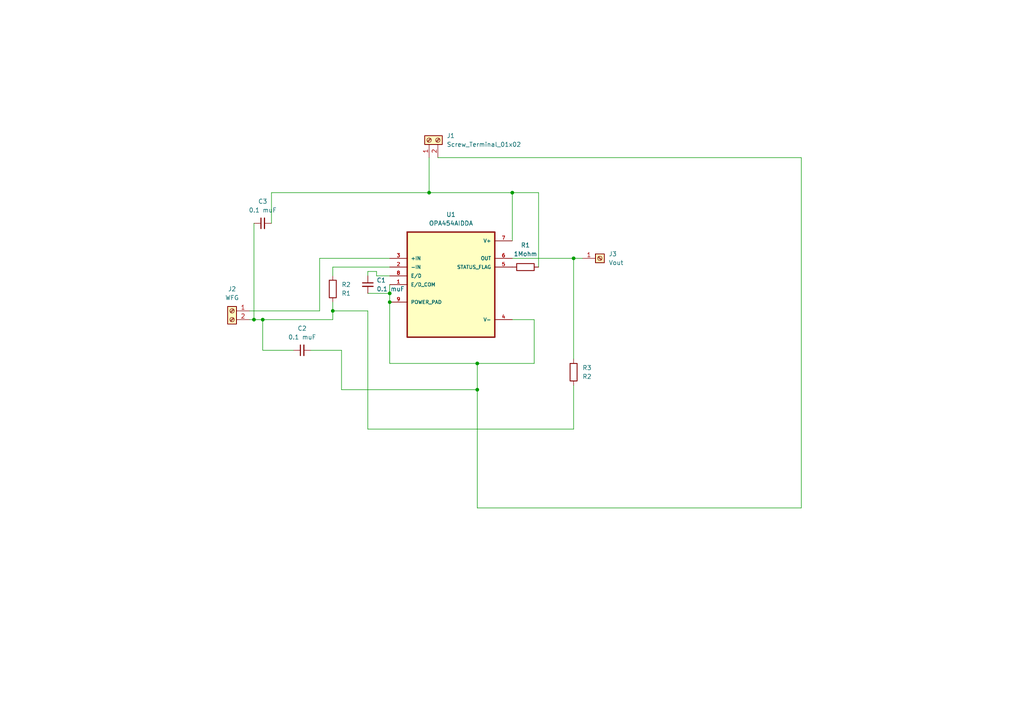
<source format=kicad_sch>
(kicad_sch (version 20231120) (generator "eeschema") (generator_version "8.0")
  (paper "A4")
  (lib_symbols
    (symbol "Connector:Screw_Terminal_01x01" (pin_names (offset 1.016) hide)
      (property "Reference" "J" (at 0 2.54 0))
      (property "Value" "Screw_Terminal_01x01" (at 0 -2.54 0))
      (symbol "Screw_Terminal_01x01_1_1"
        (rectangle (start -1.27 1.27) (end 1.27 -1.27) (stroke (width 0.254)) (fill (type background)))
        (polyline (pts (xy -0.5334 0.3302) (xy 0.3302 -0.508)) (stroke (width 0.1524)))
        (polyline (pts (xy -0.3556 0.508) (xy 0.508 -0.3302)) (stroke (width 0.1524)))
        (circle (center 0 0) (radius 0.635) (stroke (width 0.1524)))
        (pin passive line (at -5.08 0 0) (length 3.81) (name "Pin_1") (number "1"))
      )
    )
    (symbol "Connector:Screw_Terminal_01x02" (pin_names (offset 1.016) hide)
      (property "Reference" "J" (at 0 2.54 0))
      (property "Value" "Screw_Terminal_01x02" (at 0 -5.08 0))
      (symbol "Screw_Terminal_01x02_1_1"
        (rectangle (start -1.27 1.27) (end 1.27 -3.81) (stroke (width 0.254)) (fill (type background)))
        (circle (center 0 -2.54) (radius 0.635) (stroke (width 0.1524)))
        (polyline (pts (xy -0.5334 -2.2098) (xy 0.3302 -3.048)) (stroke (width 0.1524)))
        (polyline (pts (xy -0.5334 0.3302) (xy 0.3302 -0.508)) (stroke (width 0.1524)))
        (polyline (pts (xy -0.3556 -2.032) (xy 0.508 -2.8702)) (stroke (width 0.1524)))
        (polyline (pts (xy -0.3556 0.508) (xy 0.508 -0.3302)) (stroke (width 0.1524)))
        (circle (center 0 0) (radius 0.635) (stroke (width 0.1524)))
        (pin passive line (at -5.08 0 0) (length 3.81) (name "Pin_1") (number "1"))
        (pin passive line (at -5.08 -2.54 0) (length 3.81) (name "Pin_2") (number "2"))
      )
    )
    (symbol "Device:C_Small" (pin_numbers hide) (pin_names (offset 0.254) hide)
      (property "Reference" "C" (at 0.254 1.778 0))
      (property "Value" "C_Small" (at 0.254 -2.032 0))
      (symbol "C_Small_0_1"
        (polyline (pts (xy -1.524 -0.508) (xy 1.524 -0.508)) (stroke (width 0.3302)))
        (polyline (pts (xy -1.524 0.508) (xy 1.524 0.508)) (stroke (width 0.3048)))
      )
      (symbol "C_Small_1_1"
        (pin passive line (at 0 2.54 270) (length 2.032) (name "~") (number "1"))
        (pin passive line (at 0 -2.54 90) (length 2.032) (name "~") (number "2"))
      )
    )
    (symbol "Device:R" (pin_numbers hide) (pin_names (offset 0))
      (property "Reference" "R" (at 2.032 0 90))
      (property "Value" "R" (at 0 0 90))
      (symbol "R_0_1"
        (rectangle (start -1.016 -2.54) (end 1.016 2.54) (stroke (width 0.254)))
      )
      (symbol "R_1_1"
        (pin passive line (at 0 3.81 270) (length 1.27) (name "~") (number "1"))
        (pin passive line (at 0 -3.81 90) (length 1.27) (name "~") (number "2"))
      )
    )
    (symbol "OPA454AIDDA:OPA454AIDDA" (pin_names (offset 1.016))
      (property "Reference" "U" (at -12.7 16.24 0))
      (property "Value" "OPA454AIDDA" (at -12.7 -19.24 0))
      (symbol "OPA454AIDDA_0_0"
        (rectangle (start -12.7 -15.24) (end 12.7 15.24) (stroke (width 0.41)) (fill (type background)))
        (pin input line (at -17.78 0 0) (length 5.08) (name "E/D_COM") (number "1"))
        (pin input line (at -17.78 5.08 0) (length 5.08) (name "-IN") (number "2"))
        (pin input line (at -17.78 7.62 0) (length 5.08) (name "+IN") (number "3"))
        (pin power_in line (at 17.78 -10.16 180) (length 5.08) (name "V-") (number "4"))
        (pin output line (at 17.78 5.08 180) (length 5.08) (name "STATUS_FLAG") (number "5"))
        (pin output line (at 17.78 7.62 180) (length 5.08) (name "OUT") (number "6"))
        (pin power_in line (at 17.78 12.7 180) (length 5.08) (name "V+") (number "7"))
        (pin input line (at -17.78 2.54 0) (length 5.08) (name "E/D") (number "8"))
        (pin bidirectional line (at -17.78 -5.08 0) (length 5.08) (name "POWER_PAD") (number "9"))
      )
    )
  )
  (junction (at 73.66 92.71))
  (junction (at 138.43 113.03))
  (junction (at 138.43 105.41))
  (junction (at 96.52 90.17))
  (junction (at 76.2 92.71))
  (junction (at 124.46 55.88))
  (junction (at 148.59 55.88))
  (junction (at 113.03 87.63))
  (junction (at 113.03 85.09))
  (junction (at 166.37 74.93))
  (wire (pts (xy 96.52 90.17) (xy 96.52 92.71)))
  (wire (pts (xy 78.74 64.77) (xy 78.74 55.88)))
  (wire (pts (xy 92.71 90.17) (xy 92.71 74.93)))
  (wire (pts (xy 96.52 80.01) (xy 96.52 77.47)))
  (wire (pts (xy 138.43 147.32) (xy 138.43 113.03)))
  (wire (pts (xy 148.59 74.93) (xy 166.37 74.93)))
  (wire (pts (xy 113.03 80.01) (xy 109.22 80.01)))
  (wire (pts (xy 92.71 74.93) (xy 113.03 74.93)))
  (wire (pts (xy 166.37 74.93) (xy 168.91 74.93)))
  (wire (pts (xy 106.68 90.17) (xy 106.68 124.46)))
  (wire (pts (xy 232.41 147.32) (xy 138.43 147.32)))
  (wire (pts (xy 106.68 124.46) (xy 166.37 124.46)))
  (wire (pts (xy 73.66 92.71) (xy 76.2 92.71)))
  (wire (pts (xy 148.59 55.88) (xy 148.59 69.85)))
  (wire (pts (xy 72.39 92.71) (xy 73.66 92.71)))
  (wire (pts (xy 76.2 101.6) (xy 85.09 101.6)))
  (wire (pts (xy 138.43 105.41) (xy 113.03 105.41)))
  (wire (pts (xy 124.46 55.88) (xy 124.46 45.72)))
  (wire (pts (xy 72.39 90.17) (xy 92.71 90.17)))
  (wire (pts (xy 166.37 74.93) (xy 166.37 104.14)))
  (wire (pts (xy 113.03 82.55) (xy 113.03 85.09)))
  (wire (pts (xy 138.43 113.03) (xy 138.43 105.41)))
  (wire (pts (xy 109.22 78.74) (xy 106.68 78.74)))
  (wire (pts (xy 113.03 85.09) (xy 113.03 87.63)))
  (wire (pts (xy 76.2 92.71) (xy 76.2 101.6)))
  (wire (pts (xy 166.37 124.46) (xy 166.37 111.76)))
  (wire (pts (xy 78.74 55.88) (xy 124.46 55.88)))
  (wire (pts (xy 99.06 113.03) (xy 138.43 113.03)))
  (wire (pts (xy 154.94 92.71) (xy 154.94 105.41)))
  (wire (pts (xy 96.52 77.47) (xy 113.03 77.47)))
  (wire (pts (xy 113.03 105.41) (xy 113.03 87.63)))
  (wire (pts (xy 124.46 55.88) (xy 148.59 55.88)))
  (wire (pts (xy 127 45.72) (xy 232.41 45.72)))
  (wire (pts (xy 96.52 90.17) (xy 106.68 90.17)))
  (wire (pts (xy 76.2 92.71) (xy 96.52 92.71)))
  (wire (pts (xy 90.17 101.6) (xy 99.06 101.6)))
  (wire (pts (xy 99.06 101.6) (xy 99.06 113.03)))
  (wire (pts (xy 96.52 87.63) (xy 96.52 90.17)))
  (wire (pts (xy 73.66 64.77) (xy 73.66 92.71)))
  (wire (pts (xy 156.21 77.47) (xy 156.21 55.88)))
  (wire (pts (xy 148.59 92.71) (xy 154.94 92.71)))
  (wire (pts (xy 154.94 105.41) (xy 138.43 105.41)))
  (wire (pts (xy 106.68 78.74) (xy 106.68 80.01)))
  (wire (pts (xy 232.41 45.72) (xy 232.41 147.32)))
  (wire (pts (xy 106.68 85.09) (xy 113.03 85.09)))
  (wire (pts (xy 109.22 78.74) (xy 109.22 80.01)))
  (wire (pts (xy 156.21 55.88) (xy 148.59 55.88)))
  (symbol (lib_id "Connector:Screw_Terminal_01x02") (at 67.31 90.17 0) (mirror y) (unit 1)
    (property "Reference" "J2" (at 67.31 83.82 0))
    (property "Value" "WFG" (at 67.31 86.36 0))
    (property "Footprint" "TerminalBlock_Phoenix:TerminalBlock_Phoenix_MPT-0,5-2-2.54_1x02_P2.54mm_Horizontal" (effects (hide yes)))
    (property "Description" "Generic screw terminal, single row, 01x02, script generated (kicad-library-utils/schlib/autogen/connector/)" (effects (hide yes)))
  )
  (symbol (lib_id "Device:R") (at 166.37 107.95 0) (unit 1)
    (property "Reference" "R3" (at 168.91 106.6799 0) (effects (justify left)))
    (property "Value" "R2" (at 168.91 109.2199 0) (effects (justify left)))
    (property "Footprint" "Resistor_THT:R_Axial_DIN0204_L3.6mm_D1.6mm_P7.62mm_Horizontal" (effects (hide yes)))
    (property "Description" "Resistor" (effects (hide yes)))
  )
  (symbol (lib_id "OPA454AIDDA:OPA454AIDDA") (at 130.81 82.55 0) (unit 1)
    (property "Reference" "U1" (at 130.81 62.23 0))
    (property "Value" "OPA454AIDDA" (at 130.81 64.77 0))
    (property "Footprint" "OPA454AIDDA:VREG_LM5017MR_NOPB" (effects (hide yes)))
    (property "MF" "Texas Instruments" (effects (hide yes)))
    (property "Description_1" "\nHigh voltage (100 V), high-current (50 mA) operational amplifiers, g=1 stable\n" (effects (hide yes)))
    (property "Package" "HSOIC-8 Texas Instruments" (effects (hide yes)))
    (property "Price" "None" (effects (hide yes)))
    (property "SnapEDA_Link" "https://www.snapeda.com/parts/OPA454AIDDA/Texas+Instruments/view-part/?ref=snap" (effects (hide yes)))
    (property "MP" "OPA454AIDDA" (effects (hide yes)))
    (property "Availability" "In Stock" (effects (hide yes)))
    (property "Check_prices" "https://www.snapeda.com/parts/OPA454AIDDA/Texas+Instruments/view-part/?ref=eda" (effects (hide yes)))
  )
  (symbol (lib_id "Connector:Screw_Terminal_01x02") (at 124.46 40.64 90) (unit 1)
    (property "Reference" "J1" (at 129.54 39.3699 90) (effects (justify right)))
    (property "Value" "Screw_Terminal_01x02" (at 129.54 41.9099 90) (effects (justify right)))
    (property "Footprint" "TerminalBlock_Phoenix:TerminalBlock_Phoenix_MPT-0,5-2-2.54_1x02_P2.54mm_Horizontal" (effects (hide yes)))
    (property "Description" "Generic screw terminal, single row, 01x02, script generated (kicad-library-utils/schlib/autogen/connector/)" (effects (hide yes)))
  )
  (symbol (lib_id "Connector:Screw_Terminal_01x01") (at 173.99 74.93 0) (unit 1)
    (property "Reference" "J3" (at 176.53 73.6599 0) (effects (justify left)))
    (property "Value" "Vout" (at 176.53 76.1999 0) (effects (justify left)))
    (property "Footprint" "Connector_TE-Connectivity:TE_MATE-N-LOK_1-794374-x_1x01_P4.14mm_Horizontal" (effects (hide yes)))
    (property "Description" "Generic screw terminal, single row, 01x01, script generated (kicad-library-utils/schlib/autogen/connector/)" (effects (hide yes)))
  )
  (symbol (lib_id "Device:R") (at 152.4 77.47 270) (unit 1)
    (property "Reference" "R1" (at 152.4 71.12 90))
    (property "Value" "1Mohm" (at 152.4 73.66 90))
    (property "Footprint" "Resistor_THT:R_Axial_DIN0204_L3.6mm_D1.6mm_P7.62mm_Horizontal" (effects (hide yes)))
    (property "Description" "Resistor" (effects (hide yes)))
  )
  (symbol (lib_id "Device:C_Small") (at 76.2 64.77 90) (unit 1)
    (property "Reference" "C3" (at 76.2063 58.42 90))
    (property "Value" "0.1 muF" (at 76.2063 60.96 90))
    (property "Footprint" "Capacitor_SMD:C_0201_0603Metric" (effects (hide yes)))
    (property "Description" "Unpolarized capacitor, small symbol" (effects (hide yes)))
  )
  (symbol (lib_id "Device:C_Small") (at 106.68 82.55 0) (unit 1)
    (property "Reference" "C1" (at 109.22 81.2862 0) (effects (justify left)))
    (property "Value" "0.1 muF" (at 109.22 83.8262 0) (effects (justify left)))
    (property "Footprint" "Capacitor_SMD:C_0201_0603Metric" (effects (hide yes)))
    (property "Description" "Unpolarized capacitor, small symbol" (effects (hide yes)))
  )
  (symbol (lib_id "Device:R") (at 96.52 83.82 0) (unit 1)
    (property "Reference" "R2" (at 99.06 82.5499 0) (effects (justify left)))
    (property "Value" "R1" (at 99.06 85.0899 0) (effects (justify left)))
    (property "Footprint" "Resistor_THT:R_Axial_DIN0204_L3.6mm_D1.6mm_P7.62mm_Horizontal" (effects (hide yes)))
    (property "Description" "Resistor" (effects (hide yes)))
  )
  (symbol (lib_id "Device:C_Small") (at 87.63 101.6 90) (unit 1)
    (property "Reference" "C2" (at 87.6363 95.25 90))
    (property "Value" "0.1 muF" (at 87.6363 97.79 90))
    (property "Footprint" "Capacitor_SMD:C_0201_0603Metric" (effects (hide yes)))
    (property "Description" "Unpolarized capacitor, small symbol" (effects (hide yes)))
  )
)
</source>
